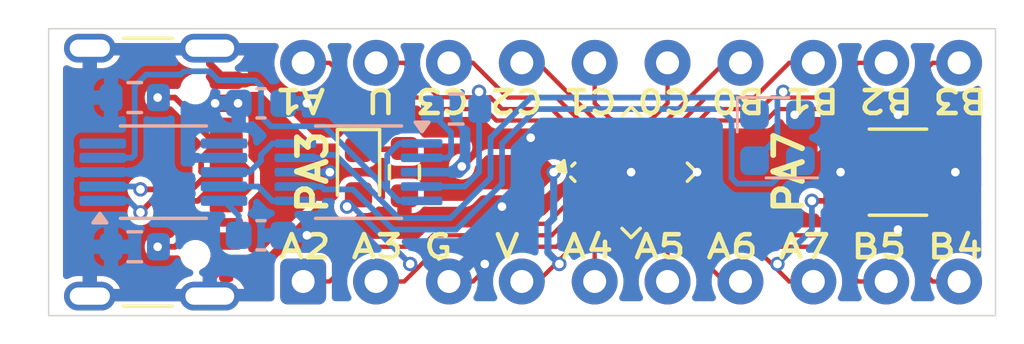
<source format=kicad_pcb>
(kicad_pcb (version 20241229) (generator "pcbnew") (generator_version "9.0")
  (layers (0 "F.Cu" signal) (2 "B.Cu" signal) (13 "F.Paste" user) (15 "B.Paste" user) (5 "F.SilkS" user "F.Silkscreen") (7 "B.SilkS" user "B.Silkscreen") (1 "F.Mask" user) (3 "B.Mask" user) (25 "Edge.Cuts" user))
  (net 0 "")
  (net 1 "PB5")
  (net 2 "PC1")
  (net 3 "PA1")
  (net 4 "GND")
  (net 5 "PA4")
  (net 6 "PA7")
  (net 7 "PB4")
  (net 8 "PA6")
  (net 9 "PB2")
  (net 10 "PC3")
  (net 11 "PB0")
  (net 12 "PB1")
  (net 13 "PA2")
  (net 14 "PA3")
  (net 15 "PA5")
  (net 16 "PC0")
  (net 17 "PC2")
  (net 18 "PB3")
  (net 19 "VCC")
  (net 20 "Net-(J2-CC1)")
  (net 21 "D+")
  (net 22 "D-")
  (net 23 "Net-(J2-CC2)")
  (net 24 "UPDI")
  (net 25 "Net-(R5-Pad1)")
  (net 27 "RTS#")
  (net 29 "TXD")
  (net 30 "RXD")
  (net 31 "Net-(U2-V3)")
  (net 34 "Net-(D1-K)")
  (net 35 "Net-(JP1-Pad1)")
  (net 36 "Net-(JP1-Pad3)")
  (footprint "LED_SMD:LED_0603_1608Metric" (layer "F.Cu") (at 103.2 100 -90)
    (property "Reference" "D1" (hide yes))
    (property "Value" "LED_Small" (hide yes))
    (fp_line (start -1.485 0.735) (end 0.8 0.735) (stroke (width 0.12)) (layer "F.SilkS"))
    (fp_line (start -1.485 -0.735) (end -1.485 0.735) (stroke (width 0.12)) (layer "F.SilkS"))
    (fp_line (start 0.8 -0.735) (end -1.485 -0.735) (stroke (width 0.12)) (layer "F.SilkS"))
    (pad "1" smd roundrect (at -0.7875 0 270) (size 0.875 0.95) (layers "F.Cu" "F.Mask" "F.Paste") (net 34 "Net-(D1-K)"))
    (pad "2" smd roundrect (at 0.7875 0 270) (size 0.875 0.95) (layers "F.Cu" "F.Mask" "F.Paste") (net 14 "PA3"))
  )
  (footprint "Package_DIP:DIP-20_W7.62mm_Socket" (layer "F.Cu") (at 101.27 103.81 90)
    (property "Reference" "J1" (hide yes))
    (property "Value" "Conn_02x10_Counter_Clockwise" (hide yes))
    (pad "1" thru_hole roundrect (at 0 0 90) (size 1.6 1.6) (drill 0.8) (layers "*.Cu" "*.Mask") (roundrect_rratio 0.15625) (net 13 "PA2"))
    (pad "2" thru_hole circle (at 0 2.54 90) (size 1.6 1.6) (drill 0.8) (layers "*.Cu" "*.Mask") (net 14 "PA3"))
    (pad "3" thru_hole circle (at 0 5.08 90) (size 1.6 1.6) (drill 0.8) (layers "*.Cu" "*.Mask") (net 4 "GND"))
    (pad "4" thru_hole circle (at 0 7.62 90) (size 1.6 1.6) (drill 0.8) (layers "*.Cu" "*.Mask") (net 19 "VCC"))
    (pad "5" thru_hole circle (at 0 10.16 90) (size 1.6 1.6) (drill 0.8) (layers "*.Cu" "*.Mask") (net 5 "PA4"))
    (pad "6" thru_hole circle (at 0 12.7 90) (size 1.6 1.6) (drill 0.8) (layers "*.Cu" "*.Mask") (net 15 "PA5"))
    (pad "7" thru_hole circle (at 0 15.24 90) (size 1.6 1.6) (drill 0.8) (layers "*.Cu" "*.Mask") (net 8 "PA6"))
    (pad "8" thru_hole circle (at 0 17.78 90) (size 1.6 1.6) (drill 0.8) (layers "*.Cu" "*.Mask") (net 6 "PA7"))
    (pad "9" thru_hole circle (at 0 20.32 90) (size 1.6 1.6) (drill 0.8) (layers "*.Cu" "*.Mask") (net 1 "PB5"))
    (pad "10" thru_hole circle (at 0 22.86 90) (size 1.6 1.6) (drill 0.8) (layers "*.Cu" "*.Mask") (net 7 "PB4"))
    (pad "11" thru_hole circle (at 7.62 22.86 90) (size 1.6 1.6) (drill 0.8) (layers "*.Cu" "*.Mask") (net 18 "PB3"))
    (pad "12" thru_hole circle (at 7.62 20.32 90) (size 1.6 1.6) (drill 0.8) (layers "*.Cu" "*.Mask") (net 9 "PB2"))
    (pad "13" thru_hole circle (at 7.62 17.78 90) (size 1.6 1.6) (drill 0.8) (layers "*.Cu" "*.Mask") (net 12 "PB1"))
    (pad "14" thru_hole circle (at 7.62 15.24 90) (size 1.6 1.6) (drill 0.8) (layers "*.Cu" "*.Mask") (net 11 "PB0"))
    (pad "15" thru_hole circle (at 7.62 12.7 90) (size 1.6 1.6) (drill 0.8) (layers "*.Cu" "*.Mask") (net 16 "PC0"))
    (pad "16" thru_hole circle (at 7.62 10.16 90) (size 1.6 1.6) (drill 0.8) (layers "*.Cu" "*.Mask") (net 2 "PC1"))
    (pad "17" thru_hole circle (at 7.62 7.62 90) (size 1.6 1.6) (drill 0.8) (layers "*.Cu" "*.Mask") (net 17 "PC2"))
    (pad "18" thru_hole circle (at 7.62 5.08 90) (size 1.6 1.6) (drill 0.8) (layers "*.Cu" "*.Mask") (net 10 "PC3"))
    (pad "19" thru_hole circle (at 7.62 2.54 90) (size 1.6 1.6) (drill 0.8) (layers "*.Cu" "*.Mask") (net 24 "UPDI"))
    (pad "20" thru_hole circle (at 7.62 0 90) (size 1.6 1.6) (drill 0.8) (layers "*.Cu" "*.Mask") (net 3 "PA1"))
  )
  (footprint "Library:alps-skrp" (layer "F.Cu") (at 122 100)
    (property "Reference" "SW1" (hide yes))
    (property "Value" "SW_Push" (hide yes))
    (fp_line (start -1 -1.5) (end 1 -1.5) (stroke (width 0.12)) (layer "F.SilkS"))
    (fp_line (start -1 1.5) (end 1 1.5) (stroke (width 0.12)) (layer "F.SilkS"))
    (pad "1" smd rect (at -2.075 1.075) (size 1.05 0.65) (layers "F.Cu" "F.Mask" "F.Paste") (net 6 "PA7"))
    (pad "1" smd rect (at 2.075 1.075) (size 1.05 0.65) (layers "F.Cu" "F.Mask" "F.Paste") (net 6 "PA7"))
    (pad "2" smd rect (at -2.075 -1.075) (size 1.05 0.65) (layers "F.Cu" "F.Mask" "F.Paste") (net 4 "GND"))
    (pad "2" smd rect (at 2.075 -1.075) (size 1.05 0.65) (layers "F.Cu" "F.Mask" "F.Paste") (net 4 "GND"))
  )
  (footprint "Package_DFN_QFN:VQFN-20-1EP_3x3mm_P0.4mm_EP1.7x1.7mm" (layer "F.Cu") (at 112.7 100 45)
    (property "Reference" "U1" (hide yes))
    (property "Value" "ATtiny1606-M" (hide yes))
    (fp_line (start -1.16 -1.61) (end -1.31 -1.61) (stroke (width 0.12)) (layer "F.SilkS"))
    (fp_line (start -1.61 -1.16) (end -1.61 -1.37) (stroke (width 0.12)) (layer "F.SilkS"))
    (fp_line (start 1.16 -1.61) (end 1.61 -1.61) (stroke (width 0.12)) (layer "F.SilkS"))
    (fp_line (start 1.61 -1.61) (end 1.61 -1.16) (stroke (width 0.12)) (layer "F.SilkS"))
    (fp_line (start -1.61 1.61) (end -1.61 1.16) (stroke (width 0.12)) (layer "F.SilkS"))
    (fp_line (start -1.16 1.61) (end -1.61 1.61) (stroke (width 0.12)) (layer "F.SilkS"))
    (fp_line (start 1.16 1.61) (end 1.61 1.61) (stroke (width 0.12)) (layer "F.SilkS"))
    (fp_line (start 1.61 1.61) (end 1.61 1.16) (stroke (width 0.12)) (layer "F.SilkS"))
    (fp_poly (pts (xy -1.61 -1.61) (xy -1.85 -1.94) (xy -1.37 -1.94)) (stroke (width 0.12)) (fill yes) (layer "F.SilkS"))
    (pad "1" smd custom (at -1.45 -0.8 45) (size 0.143431 0.143431) (layers "F.Cu" "F.Mask" "F.Paste") (net 13 "PA2") (options (clearance outline) (anchor circle)) (primitives (gr_poly (pts (xy -0.35 -0.05) (xy 0.299289 -0.05) (xy 0.35 0.000711) (xy 0.35 0.05) (xy -0.35 0.05)) (width 0.1) (fill yes))))
    (pad "2" smd roundrect (at -1.45 -0.4 45) (size 0.8 0.2) (layers "F.Cu" "F.Mask" "F.Paste") (net 14 "PA3"))
    (pad "3" smd roundrect (at -1.45 0 45) (size 0.8 0.2) (layers "F.Cu" "F.Mask" "F.Paste") (net 4 "GND"))
    (pad "4" smd roundrect (at -1.45 0.4 45) (size 0.8 0.2) (layers "F.Cu" "F.Mask" "F.Paste") (net 19 "VCC"))
    (pad "5" smd custom (at -1.45 0.8 45) (size 0.143431 0.143431) (layers "F.Cu" "F.Mask" "F.Paste") (net 5 "PA4") (options (clearance outline) (anchor circle)) (primitives (gr_poly (pts (xy -0.35 -0.05) (xy 0.35 -0.05) (xy 0.35 -0.000711) (xy 0.299289 0.05) (xy -0.35 0.05)) (width 0.1) (fill yes))))
    (pad "6" smd custom (at -0.8 1.45 45) (size 0.143431 0.143431) (layers "F.Cu" "F.Mask" "F.Paste") (net 15 "PA5") (options (clearance outline) (anchor circle)) (primitives (gr_poly (pts (xy -0.05 -0.299289) (xy 0.000711 -0.35) (xy 0.05 -0.35) (xy 0.05 0.35) (xy -0.05 0.35)) (width 0.1) (fill yes))))
    (pad "7" smd roundrect (at -0.4 1.45 45) (size 0.2 0.8) (layers "F.Cu" "F.Mask" "F.Paste") (net 8 "PA6"))
    (pad "8" smd roundrect (at 0 1.45 45) (size 0.2 0.8) (layers "F.Cu" "F.Mask" "F.Paste") (net 6 "PA7"))
    (pad "9" smd roundrect (at 0.4 1.45 45) (size 0.2 0.8) (layers "F.Cu" "F.Mask" "F.Paste") (net 1 "PB5"))
    (pad "10" smd custom (at 0.8 1.45 45) (size 0.143431 0.143431) (layers "F.Cu" "F.Mask" "F.Paste") (net 7 "PB4") (options (clearance outline) (anchor circle)) (primitives (gr_poly (pts (xy -0.05 -0.35) (xy -0.000711 -0.35) (xy 0.05 -0.299289) (xy 0.05 0.35) (xy -0.05 0.35)) (width 0.1) (fill yes))))
    (pad "11" smd custom (at 1.45 0.8 45) (size 0.143431 0.143431) (layers "F.Cu" "F.Mask" "F.Paste") (net 18 "PB3") (options (clearance outline) (anchor circle)) (primitives (gr_poly (pts (xy -0.35 -0.05) (xy 0.35 -0.05) (xy 0.35 0.05) (xy -0.299289 0.05) (xy -0.35 -0.000711)) (width 0.1) (fill yes))))
    (pad "12" smd roundrect (at 1.45 0.4 45) (size 0.8 0.2) (layers "F.Cu" "F.Mask" "F.Paste") (net 9 "PB2"))
    (pad "13" smd roundrect (at 1.45 0 45) (size 0.8 0.2) (layers "F.Cu" "F.Mask" "F.Paste") (net 12 "PB1"))
    (pad "14" smd roundrect (at 1.45 -0.4 45) (size 0.8 0.2) (layers "F.Cu" "F.Mask" "F.Paste") (net 11 "PB0"))
    (pad "15" smd custom (at 1.45 -0.8 45) (size 0.143431 0.143431) (layers "F.Cu" "F.Mask" "F.Paste") (net 16 "PC0") (options (clearance outline) (anchor circle)) (primitives (gr_poly (pts (xy -0.35 0.000711) (xy -0.299289 -0.05) (xy 0.35 -0.05) (xy 0.35 0.05) (xy -0.35 0.05)) (width 0.1) (fill yes))))
    (pad "16" smd custom (at 0.8 -1.45 45) (size 0.143431 0.143431) (layers "F.Cu" "F.Mask" "F.Paste") (net 2 "PC1") (options (clearance outline) (anchor circle)) (primitives (gr_poly (pts (xy -0.05 -0.35) (xy 0.05 -0.35) (xy 0.05 0.299289) (xy -0.000711 0.35) (xy -0.05 0.35)) (width 0.1) (fill yes))))
    (pad "17" smd roundrect (at 0.4 -1.45 45) (size 0.2 0.8) (layers "F.Cu" "F.Mask" "F.Paste") (net 17 "PC2"))
    (pad "18" smd roundrect (at 0 -1.45 45) (size 0.2 0.8) (layers "F.Cu" "F.Mask" "F.Paste") (net 10 "PC3"))
    (pad "19" smd roundrect (at -0.4 -1.45 45) (size 0.2 0.8) (layers "F.Cu" "F.Mask" "F.Paste") (net 24 "UPDI"))
    (pad "20" smd custom (at -0.8 -1.45 45) (size 0.143431 0.143431) (layers "F.Cu" "F.Mask" "F.Paste") (net 3 "PA1") (options (clearance outline) (anchor circle)) (primitives (gr_poly (pts (xy -0.05 -0.35) (xy 0.05 -0.35) (xy 0.05 0.35) (xy 0.000711 0.35) (xy -0.05 0.299289)) (width 0.1) (fill yes))))
    (pad "21" smd rect (at 0 0 45) (size 1.7 1.7) (property pad_prop_heatsink) (layers "F.Cu" "F.Mask") (net 4 "GND"))
  )
  (footprint "Resistor_SMD:R_0603_1608Metric" (layer "F.Cu") (at 104.8 100 -90)
    (property "Reference" "R6" (hide yes))
    (property "Value" "10k" (hide yes))
    (fp_line (start -0.237258 0.5225) (end 0.237258 0.5225) (stroke (width 0.12)) (layer "F.SilkS"))
    (fp_line (start -0.237258 -0.5225) (end 0.237258 -0.5225) (stroke (width 0.12)) (layer "F.SilkS"))
    (pad "1" smd roundrect (at -0.825 0 270) (size 0.8 0.95) (layers "F.Cu" "F.Mask" "F.Paste") (net 34 "Net-(D1-K)"))
    (pad "2" smd roundrect (at 0.825 0 270) (size 0.8 0.95) (layers "F.Cu" "F.Mask" "F.Paste") (net 4 "GND"))
  )
  (footprint "Connector_USB:USB_C_Receptacle_GCT_USB4105-xx-A_16P_TopMnt_Horizontal" (layer "F.Cu") (at 94.91 100 -90)
    (property "Reference" "J2" (hide yes))
    (property "Value" "USB_C_Receptacle_USB2.0_16P" (hide yes))
    (fp_line (start -4.67 -0.1) (end -4.67 -1.8) (stroke (width 0.12)) (layer "F.SilkS"))
    (fp_line (start 4.67 -0.1) (end 4.67 -1.8) (stroke (width 0.12)) (layer "F.SilkS"))
    (pad "" np_thru_hole circle (at -2.89 -2.605 270) (size 0.65 0.65) (drill 0.65) (layers "*.Cu" "*.Mask"))
    (pad "" np_thru_hole circle (at 2.89 -2.605 270) (size 0.65 0.65) (drill 0.65) (layers "*.Cu" "*.Mask"))
    (pad "A1" smd roundrect (at -3.2 -3.68 270) (size 0.6 1.15) (layers "F.Cu" "F.Mask" "F.Paste") (net 4 "GND"))
    (pad "A4" smd roundrect (at -2.4 -3.68 270) (size 0.6 1.15) (layers "F.Cu" "F.Mask" "F.Paste") (net 19 "VCC"))
    (pad "A5" smd roundrect (at -1.25 -3.68 270) (size 0.3 1.15) (layers "F.Cu" "F.Mask" "F.Paste") (net 20 "Net-(J2-CC1)"))
    (pad "A6" smd roundrect (at -0.25 -3.68 270) (size 0.3 1.15) (layers "F.Cu" "F.Mask" "F.Paste") (net 21 "D+"))
    (pad "A7" smd roundrect (at 0.25 -3.68 270) (size 0.3 1.15) (layers "F.Cu" "F.Mask" "F.Paste") (net 22 "D-"))
    (pad "A8" smd roundrect (at 1.25 -3.68 270) (size 0.3 1.15) (layers "F.Cu" "F.Mask" "F.Paste"))
    (pad "A9" smd roundrect (at 2.4 -3.68 270) (size 0.6 1.15) (layers "F.Cu" "F.Mask" "F.Paste") (net 19 "VCC"))
    (pad "A12" smd roundrect (at 3.2 -3.68 270) (size 0.6 1.15) (layers "F.Cu" "F.Mask" "F.Paste") (net 4 "GND"))
    (pad "B1" smd roundrect (at 3.2 -3.68 270) (size 0.6 1.15) (layers "F.Cu" "F.Mask" "F.Paste") (net 4 "GND"))
    (pad "B4" smd roundrect (at 2.4 -3.68 270) (size 0.6 1.15) (layers "F.Cu" "F.Mask" "F.Paste") (net 19 "VCC"))
    (pad "B5" smd roundrect (at 1.75 -3.68 270) (size 0.3 1.15) (layers "F.Cu" "F.Mask" "F.Paste") (net 23 "Net-(J2-CC2)"))
    (pad "B6" smd roundrect (at 0.75 -3.68 270) (size 0.3 1.15) (layers "F.Cu" "F.Mask" "F.Paste") (net 21 "D+"))
    (pad "B7" smd roundrect (at -0.75 -3.68 270) (size 0.3 1.15) (layers "F.Cu" "F.Mask" "F.Paste") (net 22 "D-"))
    (pad "B8" smd roundrect (at -1.75 -3.68 270) (size 0.3 1.15) (layers "F.Cu" "F.Mask" "F.Paste"))
    (pad "B9" smd roundrect (at -2.4 -3.68 270) (size 0.6 1.15) (layers "F.Cu" "F.Mask" "F.Paste") (net 19 "VCC"))
    (pad "B12" smd roundrect (at -3.2 -3.68 270) (size 0.6 1.15) (layers "F.Cu" "F.Mask" "F.Paste") (net 4 "GND"))
    (pad "S1" thru_hole oval (at -4.32 -3.105 270) (size 1 2.1) (drill oval 0.6 1.7) (property pad_prop_heatsink) (layers "*.Cu" "*.Mask" "F.Paste") (net 4 "GND"))
    (pad "S1" thru_hole oval (at -4.32 1.075 270) (size 1 1.8) (drill oval 0.6 1.4) (property pad_prop_heatsink) (layers "*.Cu" "*.Mask" "F.Paste") (net 4 "GND"))
    (pad "S1" thru_hole oval (at 4.32 -3.105 270) (size 1 2.1) (drill oval 0.6 1.7) (property pad_prop_heatsink) (layers "*.Cu" "*.Mask" "F.Paste") (net 4 "GND"))
    (pad "S1" thru_hole oval (at 4.32 1.075 270) (size 1 1.8) (drill oval 0.6 1.4) (property pad_prop_heatsink) (layers "*.Cu" "*.Mask" "F.Paste") (net 4 "GND"))
  )
  (footprint "Library:pokayoke_1608" (layer "B.Cu") (at 117.8 98.8 -90)
    (property "Reference" "JP1" (hide yes))
    (property "Value" "4k7" (hide yes))
    (fp_line (start -1.4 1.4) (end -1.4 -0.4) (stroke (width 0.1)) (layer "B.SilkS"))
    (fp_line (start -0.2 1.4) (end -1.4 1.4) (stroke (width 0.1)) (layer "B.SilkS"))
    (fp_line (start 1.4 -1.4) (end 1.4 0.4) (stroke (width 0.1)) (layer "B.SilkS"))
    (pad "1" smd roundrect (at -0.8 0.8 270) (size 1 1) (layers "B.Cu" "B.Mask" "B.Paste") (net 35 "Net-(JP1-Pad1)"))
    (pad "2" smd roundrect (at -0.8 -0.8 270) (size 1 1) (layers "B.Cu" "B.Mask" "B.Paste") (net 18 "PB3"))
    (pad "3" smd roundrect (at 0.8 -0.8 270) (size 1 1) (layers "B.Cu" "B.Mask" "B.Paste") (net 36 "Net-(JP1-Pad3)"))
    (pad "4" smd roundrect (at 0.8 0.8 270) (size 1 1) (layers "B.Cu" "B.Mask" "B.Paste") (net 9 "PB2"))
  )
  (footprint "Package_SO:MSOP-10_3x3mm_P0.5mm" (layer "B.Cu") (at 96.4 100)
    (property "Reference" "U2" (hide yes))
    (property "Value" "CH340E" (hide yes))
    (fp_line (start 0 -1.61) (end -1.5 -1.61) (stroke (width 0.12)) (layer "B.SilkS"))
    (fp_line (start 0 -1.61) (end 1.5 -1.61) (stroke (width 0.12)) (layer "B.SilkS"))
    (fp_line (start 0 1.61) (end -1.5 1.61) (stroke (width 0.12)) (layer "B.SilkS"))
    (fp_line (start 0 1.61) (end 1.5 1.61) (stroke (width 0.12)) (layer "B.SilkS"))
    (fp_poly (pts (xy -2.2125 1.435) (xy -2.4525 1.765) (xy -1.9725 1.765)) (stroke (width 0.12)) (fill yes) (layer "B.SilkS"))
    (pad "1" smd roundrect (at -2.1125 1) (size 1.625 0.35) (layers "B.Cu" "B.Mask" "B.Paste") (net 21 "D+"))
    (pad "2" smd roundrect (at -2.1125 0.5) (size 1.625 0.35) (layers "B.Cu" "B.Mask" "B.Paste") (net 22 "D-"))
    (pad "3" smd roundrect (at -2.1125 0) (size 1.625 0.35) (layers "B.Cu" "B.Mask" "B.Paste") (net 4 "GND"))
    (pad "4" smd roundrect (at -2.1125 -0.5) (size 1.625 0.35) (layers "B.Cu" "B.Mask" "B.Paste") (net 27 "RTS#"))
    (pad "5" smd roundrect (at -2.1125 -1) (size 1.625 0.35) (layers "B.Cu" "B.Mask" "B.Paste"))
    (pad "6" smd roundrect (at 2.1125 -1) (size 1.625 0.35) (layers "B.Cu" "B.Mask" "B.Paste"))
    (pad "7" smd roundrect (at 2.1125 -0.5) (size 1.625 0.35) (layers "B.Cu" "B.Mask" "B.Paste") (net 19 "VCC"))
    (pad "8" smd roundrect (at 2.1125 0) (size 1.625 0.35) (layers "B.Cu" "B.Mask" "B.Paste") (net 29 "TXD"))
    (pad "9" smd roundrect (at 2.1125 0.5) (size 1.625 0.35) (layers "B.Cu" "B.Mask" "B.Paste") (net 30 "RXD"))
    (pad "10" smd roundrect (at 2.1125 1) (size 1.625 0.35) (layers "B.Cu" "B.Mask" "B.Paste") (net 31 "Net-(U2-V3)"))
  )
  (footprint "Resistor_SMD:R_0603_1608Metric" (layer "B.Cu") (at 106.6 97.8)
    (property "Reference" "R5" (hide yes))
    (property "Value" "4k7" (hide yes))
    (fp_line (start -0.237258 -0.5225) (end 0.237258 -0.5225) (stroke (width 0.12)) (layer "B.SilkS"))
    (fp_line (start -0.237258 0.5225) (end 0.237258 0.5225) (stroke (width 0.12)) (layer "B.SilkS"))
    (pad "1" smd roundrect (at -0.825 0) (size 0.8 0.95) (layers "B.Cu" "B.Mask" "B.Paste") (net 25 "Net-(R5-Pad1)"))
    (pad "2" smd roundrect (at 0.825 0) (size 0.8 0.95) (layers "B.Cu" "B.Mask" "B.Paste") (net 24 "UPDI"))
  )
  (footprint "Resistor_SMD:R_0603_1608Metric" (layer "B.Cu") (at 95.4 97.4 180)
    (property "Reference" "R1" (hide yes))
    (property "Value" "4k7" (hide yes))
    (fp_line (start -0.237258 0.5225) (end 0.237258 0.5225) (stroke (width 0.12)) (layer "B.SilkS"))
    (fp_line (start -0.237258 -0.5225) (end 0.237258 -0.5225) (stroke (width 0.12)) (layer "B.SilkS"))
    (pad "1" smd roundrect (at -0.825 0 180) (size 0.8 0.95) (layers "B.Cu" "B.Mask" "B.Paste") (net 20 "Net-(J2-CC1)"))
    (pad "2" smd roundrect (at 0.825 0 180) (size 0.8 0.95) (layers "B.Cu" "B.Mask" "B.Paste") (net 4 "GND"))
  )
  (footprint "Capacitor_SMD:C_0603_1608Metric" (layer "B.Cu") (at 99.8 102.2)
    (property "Reference" "C2" (hide yes))
    (property "Value" "0u1" (hide yes))
    (fp_line (start -0.14058 -0.51) (end 0.14058 -0.51) (stroke (width 0.12)) (layer "B.SilkS"))
    (fp_line (start -0.14058 0.51) (end 0.14058 0.51) (stroke (width 0.12)) (layer "B.SilkS"))
    (pad "1" smd roundrect (at -0.775 0) (size 0.9 0.95) (layers "B.Cu" "B.Mask" "B.Paste") (net 31 "Net-(U2-V3)"))
    (pad "2" smd roundrect (at 0.775 0) (size 0.9 0.95) (layers "B.Cu" "B.Mask" "B.Paste") (net 4 "GND"))
  )
  (footprint "Library:PCB.MCBEERINGI.DEV_small" (layer "B.Cu") (at 122.2 100 180)
    (property "Reference" "" (at 0 0 0) (layer "B.SilkS") (effects (font (size 1.27 1.27)) (justify mirror)))
    (property "Value" "")
  )
  (footprint "Capacitor_SMD:C_0603_1608Metric" (layer "B.Cu") (at 99.8 97.6)
    (property "Reference" "C1" (hide yes))
    (property "Value" "4u7" (hide yes))
    (fp_line (start -0.14058 -0.51) (end 0.14058 -0.51) (stroke (width 0.12)) (layer "B.SilkS"))
    (fp_line (start -0.14058 0.51) (end 0.14058 0.51) (stroke (width 0.12)) (layer "B.SilkS"))
    (pad "1" smd roundrect (at -0.775 0) (size 0.9 0.95) (layers "B.Cu" "B.Mask" "B.Paste") (net 19 "VCC"))
    (pad "2" smd roundrect (at 0.775 0) (size 0.9 0.95) (layers "B.Cu" "B.Mask" "B.Paste") (net 4 "GND"))
  )
  (footprint "Library:mcbeeringi_icon_5mm" (layer "B.Cu") (at 113.6 100.2 180)
    (property "Reference" "" (at 0 0 0) (layer "B.SilkS") (effects (font (size 1.27 1.27)) (justify mirror)))
    (property "Value" "mcbeeringi_icon" (hide yes))
  )
  (footprint "Resistor_SMD:R_0603_1608Metric" (layer "B.Cu") (at 95.4 102.6 180)
    (property "Reference" "R2" (hide yes))
    (property "Value" "4k7" (hide yes))
    (fp_line (start -0.237258 0.5225) (end 0.237258 0.5225) (stroke (width 0.12)) (layer "B.SilkS"))
    (fp_line (start -0.237258 -0.5225) (end 0.237258 -0.5225) (stroke (width 0.12)) (layer "B.SilkS"))
    (pad "1" smd roundrect (at -0.825 0 180) (size 0.8 0.95) (layers "B.Cu" "B.Mask" "B.Paste") (net 23 "Net-(J2-CC2)"))
    (pad "2" smd roundrect (at 0.825 0 180) (size 0.8 0.95) (layers "B.Cu" "B.Mask" "B.Paste") (net 4 "GND"))
  )
  (footprint "Package_SO:VSSOP-10_3x3mm_P0.5mm" (layer "B.Cu") (at 103.2 100 180)
    (property "Reference" "U3" (hide yes))
    (property "Value" "TS5A23159DGS" (hide yes))
    (fp_line (start 0 1.61) (end 1.5 1.61) (stroke (width 0.12)) (layer "B.SilkS"))
    (fp_line (start 0 1.61) (end -1.5 1.61) (stroke (width 0.12)) (layer "B.SilkS"))
    (fp_line (start 0 -1.61) (end 1.5 -1.61) (stroke (width 0.12)) (layer "B.SilkS"))
    (fp_line (start 0 -1.61) (end -1.5 -1.61) (stroke (width 0.12)) (layer "B.SilkS"))
    (fp_poly (pts (xy -2.2125 1.41) (xy -2.4525 1.74) (xy -1.9725 1.74)) (stroke (width 0.12)) (fill yes) (layer "B.SilkS"))
    (pad "1" smd roundrect (at -2.2 1 180) (size 1.45 0.3) (layers "B.Cu" "B.Mask" "B.Paste") (net 27 "RTS#"))
    (pad "2" smd roundrect (at -2.2 0.5 180) (size 1.45 0.3) (layers "B.Cu" "B.Mask" "B.Paste") (net 25 "Net-(R5-Pad1)"))
    (pad "3" smd roundrect (at -2.2 0 180) (size 1.45 0.3) (layers "B.Cu" "B.Mask" "B.Paste") (net 4 "GND"))
    (pad "4" smd roundrect (at -2.2 -0.5 180) (size 1.45 0.3) (layers "B.Cu" "B.Mask" "B.Paste") (net 24 "UPDI"))
    (pad "5" smd roundrect (at -2.2 -1 180) (size 1.45 0.3) (layers "B.Cu" "B.Mask" "B.Paste") (net 27 "RTS#"))
    (pad "6" smd roundrect (at 2.2 -1 180) (size 1.45 0.3) (layers "B.Cu" "B.Mask" "B.Paste") (net 30 "RXD"))
    (pad "7" smd roundrect (at 2.2 -0.5 180) (size 1.45 0.3) (layers "B.Cu" "B.Mask" "B.Paste") (net 36 "Net-(JP1-Pad3)"))
    (pad "8" smd roundrect (at 2.2 0 180) (size 1.45 0.3) (layers "B.Cu" "B.Mask" "B.Paste") (net 19 "VCC"))
    (pad "9" smd roundrect (at 2.2 0.5 180) (size 1.45 0.3) (layers "B.Cu" "B.Mask" "B.Paste") (net 35 "Net-(JP1-Pad1)"))
    (pad "10" smd roundrect (at 2.2 1 180) (size 1.45 0.3) (layers "B.Cu" "B.Mask" "B.Paste") (net 29 "TXD"))
  )
  (gr_line (start 125.4 105) (end 92.4 105) (stroke (width 0.05)) (layer "Edge.Cuts"))
  (gr_line (start 125.4 95) (end 125.4 105) (stroke (width 0.05)) (layer "Edge.Cuts"))
  (gr_line (start 92.4 105) (end 92.4 95) (stroke (width 0.05)) (layer "Edge.Cuts"))
  (gr_line (start 92.4 95) (end 125.4 95) (stroke (width 0.05)) (layer "Edge.Cuts"))
  (gr_text "PA3" (at 101.6 100 90) (layer "F.SilkS") (effects (font (size 1 1) (thickness 0.2) (bold yes))))
  (gr_text "A2 A3 G  V  A4 A5 A6 A7 B5 B4" (at 112.7 102.6 0) (layer "F.SilkS") (effects (font (size 0.8 0.98) (thickness 0.16) (bold yes))))
  (gr_text "B3 B2 B1 B0 C0 C1 C2 C3 U  A1" (at 112.7 97.5 180) (layer "F.SilkS") (effects (font (size 0.8 0.95) (thickness 0.16) (bold yes))))
  (gr_text "PA7" (at 118.2 100 90) (layer "F.SilkS") (effects (font (size 1 1) (thickness 0.2) (bold yes))))
  (segment (start 117.2 102.2) (end 117.6 102.6) (width 0.15) (layer "F.Cu") (net 1))
  (segment (start 120.61 103.81) (end 121.59 103.81) (width 0.15) (layer "F.Cu") (net 1))
  (segment (start 117.6 102.6) (end 119.4 102.6) (width 0.15) (layer "F.Cu") (net 1))
  (segment (start 115.465686 102.2) (end 117.2 102.2) (width 0.15) (layer "F.Cu") (net 1))
  (segment (start 119.4 102.6) (end 120.61 103.81) (width 0.15) (layer "F.Cu") (net 1))
  (segment (start 114.008148 100.742462) (end 115.465686 102.2) (width 0.15) (layer "F.Cu") (net 1))
  (segment (start 111.43 97.598629) (end 111.43 96.19) (width 0.15) (layer "F.Cu") (net 2))
  (segment (start 112.240381 98.40901) (end 111.43 97.598629) (width 0.15) (layer "F.Cu") (net 2))
  (segment (start 102.19 96.19) (end 101.27 96.19) (width 0.15) (layer "F.Cu") (net 3))
  (segment (start 107.6 97.8) (end 105.8 97.8) (width 0.15) (layer "F.Cu") (net 3))
  (segment (start 108 98.2) (end 107.6 97.8) (width 0.15) (layer "F.Cu") (net 3))
  (segment (start 105.4 97.4) (end 105.8 97.8) (width 0.15) (layer "F.Cu") (net 3))
  (segment (start 103.4 97.4) (end 105.4 97.4) (width 0.15) (layer "F.Cu") (net 3))
  (segment (start 111.10901 99.540381) (end 109.768629 98.2) (width 0.15) (layer "F.Cu") (net 3))
  (segment (start 109.768629 98.2) (end 108 98.2) (width 0.15) (layer "F.Cu") (net 3))
  (segment (start 103.4 97.4) (end 102.19 96.19) (width 0.15) (layer "F.Cu") (net 3))
  (segment (start 98.015 103.775) (end 98.59 103.2) (width 0.25) (layer "F.Cu") (net 4))
  (segment (start 98.015 104.32) (end 98.015 103.775) (width 0.25) (layer "F.Cu") (net 4))
  (segment (start 98.015 95.68) (end 98.015 96.225) (width 0.25) (layer "F.Cu") (net 4))
  (segment (start 108.4 102.6) (end 107.19 103.81) (width 0.15) (layer "F.Cu") (net 4))
  (segment (start 110.1 102.6) (end 108.4 102.6) (width 0.15) (layer "F.Cu") (net 4))
  (segment (start 106.8 99.8) (end 107.4 99.2) (width 0.25) (layer "F.Cu") (net 4))
  (segment (start 111.674695 101.025305) (end 110.1 102.6) (width 0.15) (layer "F.Cu") (net 4))
  (segment (start 107.19 103.81) (end 106.35 103.81) (width 0.15) (layer "F.Cu") (net 4))
  (segment (start 98.015 96.225) (end 98.59 96.8) (width 0.25) (layer "F.Cu") (net 4))
  (via (at 106.8 99.8) (size 0.5) (drill 0.3) (layers "F.Cu" "B.Cu") (net 4))
  (via (at 108.2 101.2) (size 0.5) (drill 0.3) (layers "F.Cu" "B.Cu") (net 4))
  (via (at 101.4 97.6) (size 0.5) (drill 0.3) (layers "F.Cu" "B.Cu") (net 4))
  (via (at 101.4 102.2) (size 0.5) (drill 0.3) (layers "F.Cu" "B.Cu") (net 4))
  (via (at 122 102) (size 0.5) (drill 0.3) (layers "F.Cu" "B.Cu") (net 4))
  (via (at 122 98) (size 0.5) (drill 0.3) (layers "F.Cu" "B.Cu") (net 4))
  (via (at 124 100) (size 0.5) (drill 0.3) (layers "F.Cu" "B.Cu") (net 4))
  (via (at 109.2 98.8) (size 0.5) (drill 0.3) (layers "F.Cu" "B.Cu") (net 4))
  (via (at 115 100) (size 0.5) (drill 0.3) (layers "F.Cu" "B.Cu") (net 4))
  (via (at 120 100) (size 0.5) (drill 0.3) (layers "F.Cu" "B.Cu") (net 4))
  (via (at 112.7 100) (size 0.5) (drill 0.3) (layers "F.Cu" "B.Cu") (net 4))
  (via (at 107.6 103.2) (size 0.5) (drill 0.3) (layers "F.Cu" "B.Cu") (net 4))
  (segment (start 111.43 102.401371) (end 111.43 103.81) (width 0.15) (layer "F.Cu") (net 5))
  (segment (start 112.240381 101.59099) (end 111.43 102.401371) (width 0.15) (layer "F.Cu") (net 5))
  (segment (start 119 101) (end 124 101) (width 0.2) (layer "F.Cu") (net 6))
  (segment (start 115.3 102.6) (end 117 102.6) (width 0.15) (layer "F.Cu") (net 6))
  (segment (start 118.21 103.81) (end 119.05 103.81) (width 0.15) (layer "F.Cu") (net 6))
  (segment (start 113.725305 101.025305) (end 115.3 102.6) (width 0.15) (layer "F.Cu") (net 6))
  (segment (start 124 101) (end 124.075 101.075) (width 0.2) (layer "F.Cu") (net 6))
  (segment (start 117 102.6) (end 118.21 103.81) (width 0.15) (layer "F.Cu") (net 6))
  (via (at 119 101) (size 0.5) (drill 0.3) (layers "F.Cu" "B.Cu") (net 6))
  (via (at 117.8 103.2) (size 0.5) (drill 0.3) (layers "F.Cu" "B.Cu") (net 6))
  (segment (start 119 102) (end 117.8 103.2) (width 0.2) (layer "B.Cu") (net 6))
  (segment (start 119 101) (end 119 102) (width 0.2) (layer "B.Cu") (net 6))
  (segment (start 120 102.6) (end 122 102.6) (width 0.15) (layer "F.Cu") (net 7))
  (segment (start 117.8 102.2) (end 119.6 102.2) (width 0.15) (layer "F.Cu") (net 7))
  (segment (start 115.631371 101.8) (end 117.4 101.8) (width 0.15) (layer "F.Cu") (net 7))
  (segment (start 119.6 102.2) (end 120 102.6) (width 0.15) (layer "F.Cu") (net 7))
  (segment (start 123.21 103.81) (end 124.13 103.81) (width 0.15) (layer "F.Cu") (net 7))
  (segment (start 122 102.6) (end 123.21 103.81) (width 0.15) (layer "F.Cu") (net 7))
  (segment (start 114.29099 100.459619) (end 115.631371 101.8) (width 0.15) (layer "F.Cu") (net 7))
  (segment (start 117.4 101.8) (end 117.8 102.2) (width 0.15) (layer "F.Cu") (net 7))
  (segment (start 115.944314 103.81) (end 116.51 103.81) (width 0.15) (layer "F.Cu") (net 8))
  (segment (start 113.442462 101.308148) (end 115.944314 103.81) (width 0.15) (layer "F.Cu") (net 8))
  (segment (start 117.6 97.4) (end 117.2 97.8) (width 0.15) (layer "F.Cu") (net 9))
  (segment (start 119.4 97.4) (end 117.6 97.4) (width 0.15) (layer "F.Cu") (net 9))
  (segment (start 115.465686 97.8) (end 117.2 97.8) (width 0.15) (layer "F.Cu") (net 9))
  (segment (start 119.4 97.4) (end 120.61 96.19) (width 0.15) (layer "F.Cu") (net 9))
  (segment (start 120.61 96.19) (end 121.59 96.19) (width 0.15) (layer "F.Cu") (net 9))
  (segment (start 114.008148 99.257538) (end 115.465686 97.8) (width 0.15) (layer "F.Cu") (net 9))
  (via (at 118 97.2) (size 0.5) (drill 0.3) (layers "F.Cu" "B.Cu") (net 9))
  (segment (start 117.8 98.8) (end 117 99.6) (width 0.2) (layer "B.Cu") (net 9))
  (segment (start 118 97.2) (end 117.8 97.4) (width 0.2) (layer "B.Cu") (net 9))
  (segment (start 117.8 97.4) (end 117.8 98.8) (width 0.2) (layer "B.Cu") (net 9))
  (segment (start 108.4 97.4) (end 107.19 96.19) (width 0.15) (layer "F.Cu") (net 10))
  (segment (start 110.1 97.4) (end 108.4 97.4) (width 0.15) (layer "F.Cu") (net 10))
  (segment (start 111.674695 98.974695) (end 110.1 97.4) (width 0.15) (layer "F.Cu") (net 10))
  (segment (start 107.19 96.19) (end 106.35 96.19) (width 0.15) (layer "F.Cu") (net 10))
  (segment (start 115.944314 96.19) (end 116.51 96.19) (width 0.15) (layer "F.Cu") (net 11))
  (segment (start 113.442462 98.691852) (end 115.944314 96.19) (width 0.15) (layer "F.Cu") (net 11))
  (segment (start 115.3 97.4) (end 117 97.4) (width 0.15) (layer "F.Cu") (net 12))
  (segment (start 118.21 96.19) (end 119.05 96.19) (width 0.15) (layer "F.Cu") (net 12))
  (segment (start 113.725305 98.974695) (end 115.3 97.4) (width 0.15) (layer "F.Cu") (net 12))
  (segment (start 117 97.4) (end 118.21 96.19) (width 0.15) (layer "F.Cu") (net 12))
  (segment (start 108 101.8) (end 107.6 102.2) (width 0.15) (layer "F.Cu") (net 13))
  (segment (start 105.8 102.2) (end 105.4 102.6) (width 0.15) (layer "F.Cu") (net 13))
  (segment (start 111.10901 100.459619) (end 109.768629 101.8) (width 0.15) (layer "F.Cu") (net 13))
  (segment (start 105.4 102.6) (end 103.4 102.6) (width 0.15) (layer "F.Cu") (net 13))
  (segment (start 102.19 103.81) (end 101.27 103.81) (width 0.15) (layer "F.Cu") (net 13))
  (segment (start 103.4 102.6) (end 102.19 103.81) (width 0.15) (layer "F.Cu") (net 13))
  (segment (start 109.768629 101.8) (end 108 101.8) (width 0.15) (layer "F.Cu") (net 13))
  (segment (start 107.6 102.2) (end 105.8 102.2) (width 0.15) (layer "F.Cu") (net 13))
  (segment (start 103.2 100.7875) (end 103.2 100.8) (width 0.2) (layer "F.Cu") (net 14))
  (segment (start 106 102.6) (end 107.8 102.6) (width 0.15) (layer "F.Cu") (net 14))
  (segment (start 104.79 103.81) (end 103.81 103.81) (width 0.15) (layer "F.Cu") (net 14))
  (segment (start 103.2 100.8) (end 102.8 101.2) (width 0.2) (layer "F.Cu") (net 14))
  (segment (start 111.391852 100.742462) (end 109.934314 102.2) (width 0.15) (layer "F.Cu") (net 14))
  (segment (start 107.8 102.6) (end 108.2 102.2) (width 0.15) (layer "F.Cu") (net 14))
  (segment (start 109.934314 102.2) (end 108.2 102.2) (width 0.15) (layer "F.Cu") (net 14))
  (segment (start 106 102.6) (end 104.79 103.81) (width 0.15) (layer "F.Cu") (net 14))
  (via (at 105 103.2) (size 0.5) (drill 0.3) (layers "F.Cu" "B.Cu") (net 14))
  (via (at 102.8 101.2) (size 0.5) (drill 0.3) (layers "F.Cu" "B.Cu") (net 14))
  (segment (start 103 101.2) (end 105 103.2) (width 0.2) (layer "B.Cu") (net 14))
  (segment (start 102.8 101.2) (end 103 101.2) (width 0.2) (layer "B.Cu") (net 14))
  (segment (start 113.159619 101.59099) (end 113.97 102.401371) (width 0.15) (layer "F.Cu") (net 15))
  (segment (start 113.97 102.401371) (end 113.97 103.81) (width 0.15) (layer "F.Cu") (net 15))
  (segment (start 113.97 97.598629) (end 113.97 96.19) (width 0.15) (layer "F.Cu") (net 16))
  (segment (start 113.159619 98.40901) (end 113.97 97.598629) (width 0.15) (layer "F.Cu") (net 16))
  (segment (start 111.957538 98.691852) (end 109.455686 96.19) (width 0.15) (layer "F.Cu") (net 17))
  (segment (start 109.455686 96.19) (end 108.89 96.19) (width 0.15) (layer "F.Cu") (net 17))
  (segment (start 115.631371 98.2) (end 117.4 98.2) (width 0.15) (layer "F.Cu") (net 18))
  (segment (start 114.29099 99.540381) (end 115.631371 98.2) (width 0.15) (layer "F.Cu") (net 18))
  (segment (start 122 97.4) (end 123.21 96.19) (width 0.15) (layer "F.Cu") (net 18))
  (segment (start 123.21 96.19) (end 124.13 96.19) (width 0.15) (layer "F.Cu") (net 18))
  (segment (start 117.8 97.8) (end 117.4 98.2) (width 0.15) (layer "F.Cu") (net 18))
  (segment (start 119.6 97.8) (end 117.8 97.8) (width 0.15) (layer "F.Cu") (net 18))
  (segment (start 122 97.4) (end 120 97.4) (width 0.15) (layer "F.Cu") (net 18))
  (segment (start 120 97.4) (end 119.6 97.8) (width 0.15) (layer "F.Cu") (net 18))
  (via (at 118.4 98) (size 0.5) (drill 0.3) (layers "F.Cu" "B.Cu") (net 18))
  (segment (start 109.455686 103.81) (end 111.957538 101.308148) (width 0.15) (layer "F.Cu") (net 19))
  (segment (start 108.89 103.81) (end 109.455686 103.81) (width 0.15) (layer "F.Cu") (net 19))
  (via (at 99 97.6) (size 0.5) (drill 0.3) (layers "F.Cu" "B.Cu") (net 19))
  (via (at 102.2 100) (size 0.5) (drill 0.3) (layers "F.Cu" "B.Cu") (net 19))
  (via (at 98.2 97.6) (size 0.5) (drill 0.3) (layers "F.Cu" "B.Cu") (net 19))
  (via (at 110 100) (size 0.5) (drill 0.3) (layers "F.Cu" "B.Cu") (net 19))
  (via (at 110.2 103.2) (size 0.5) (drill 0.3) (layers "F.Cu" "B.Cu") (net 19))
  (segment (start 110 101.6) (end 109.8 101.8) (width 0.25) (layer "B.Cu") (net 19))
  (segment (start 109.8 101.8) (end 109.8 102.8) (width 0.25) (layer "B.Cu") (net 19))
  (segment (start 98.2 97.6) (end 99 97.6) (width 0.25) (layer "B.Cu") (net 19))
  (segment (start 110 100) (end 110 101.6) (width 0.25) (layer "B.Cu") (net 19))
  (segment (start 101 100) (end 102.2 100) (width 0.25) (layer "B.Cu") (net 19))
  (segment (start 109.8 102.8) (end 110.2 103.2) (width 0.25) (layer "B.Cu") (net 19))
  (segment (start 97.95 98.75) (end 98.59 98.75) (width 0.2) (layer "F.Cu") (net 20))
  (segment (start 97.6 98.2) (end 97.6 98.4) (width 0.2) (layer "F.Cu") (net 20))
  (segment (start 96.8 97.4) (end 97.6 98.2) (width 0.2) (layer "F.Cu") (net 20))
  (segment (start 97.6 98.4) (end 97.95 98.75) (width 0.2) (layer "F.Cu") (net 20))
  (segment (start 96.2 97.4) (end 96.8 97.4) (width 0.2) (layer "F.Cu") (net 20))
  (via (at 96.2 97.4) (size 0.5) (drill 0.3) (layers "F.Cu" "B.Cu") (net 20))
  (segment (start 96.2 97.4) (end 96.225 97.4) (width 0.2) (layer "B.Cu") (net 20))
  (segment (start 97.85 100.75) (end 98.59 100.75) (width 0.2) (layer "F.Cu") (net 21))
  (segment (start 96 101) (end 97.6 101) (width 0.2) (layer "F.Cu") (net 21))
  (segment (start 99.466 100.017176) (end 99.466 100.482824) (width 0.2) (layer "F.Cu") (net 21))
  (segment (start 99.466 100.482824) (end 99.198824 100.75) (width 0.2) (layer "F.Cu") (net 21))
  (segment (start 99.198824 99.75) (end 99.466 100.017176) (width 0.2) (layer "F.Cu") (net 21))
  (segment (start 97.6 101) (end 97.85 100.75) (width 0.2) (layer "F.Cu") (net 21))
  (segment (start 98.59 99.75) (end 99.198824 99.75) (width 0.2) (layer "F.Cu") (net 21))
  (segment (start 99.198824 100.75) (end 98.59 100.75) (width 0.2) (layer "F.Cu") (net 21))
  (segment (start 95.6 101.4) (end 96 101) (width 0.2) (layer "F.Cu") (net 21))
  (via (at 95.6 101.4) (size 0.5) (drill 0.3) (layers "F.Cu" "B.Cu") (net 21))
  (segment (start 95.6 101.4) (end 95.2 101) (width 0.2) (layer "B.Cu") (net 21))
  (segment (start 95.2 101) (end 94.2875 101) (width 0.2) (layer "B.Cu") (net 21))
  (segment (start 97.981176 99.25) (end 98.59 99.25) (width 0.2) (layer "F.Cu") (net 22))
  (segment (start 97.4 100.6) (end 97.75 100.25) (width 0.2) (layer "F.Cu") (net 22))
  (segment (start 98.59 100.25) (end 97.981176 100.25) (width 0.2) (layer "F.Cu") (net 22))
  (segment (start 97.981176 100.25) (end 97.714 99.982824) (width 0.2) (layer "F.Cu") (net 22))
  (segment (start 97.75 100.25) (end 98.59 100.25) (width 0.2) (layer "F.Cu") (net 22))
  (segment (start 97.714 99.517176) (end 97.981176 99.25) (width 0.2) (layer "F.Cu") (net 22))
  (segment (start 95.6 100.6) (end 97.4 100.6) (width 0.2) (layer "F.Cu") (net 22))
  (segment (start 97.714 99.982824) (end 97.714 99.517176) (width 0.2) (layer "F.Cu") (net 22))
  (via (at 95.6 100.6) (size 0.5) (drill 0.3) (layers "F.Cu" "B.Cu") (net 22))
  (segment (start 95.6 100.6) (end 95.5 100.5) (width 0.2) (layer "B.Cu") (net 22))
  (segment (start 95.5 100.5) (end 94.2875 100.5) (width 0.2) (layer "B.Cu") (net 22))
  (segment (start 97.65 101.75) (end 96.8 102.6) (width 0.2) (layer "F.Cu") (net 23))
  (segment (start 98.59 101.75) (end 97.65 101.75) (width 0.2) (layer "F.Cu") (net 23))
  (segment (start 96.8 102.6) (end 96.2 102.6) (width 0.2) (layer "F.Cu") (net 23))
  (via (at 96.2 102.6) (size 0.5) (drill 0.3) (layers "F.Cu" "B.Cu") (net 23))
  (segment (start 104.79 96.19) (end 103.81 96.19) (width 0.15) (layer "F.Cu") (net 24))
  (segment (start 107.79 97.39) (end 105.99 97.39) (width 0.15) (layer "F.Cu") (net 24))
  (segment (start 108.2 97.8) (end 107.79 97.39) (width 0.15) (layer "F.Cu") (net 24))
  (segment (start 105.99 97.39) (end 104.79 96.19) (width 0.15) (layer "F.Cu") (net 24))
  (segment (start 109.934314 97.8) (end 108.2 97.8) (width 0.15) (layer "F.Cu") (net 24))
  (segment (start 111.391852 99.257538) (end 109.934314 97.8) (width 0.15) (layer "F.Cu") (net 24))
  (via (at 107.4 97.2) (size 0.5) (drill 0.3) (layers "F.Cu" "B.Cu") (net 24))
  (segment (start 107.4 97.825) (end 107.425 97.8) (width 0.2) (layer "B.Cu") (net 24))
  (segment (start 107.4 100) (end 107.4 97.825) (width 0.2) (layer "B.Cu") (net 24))
  (segment (start 105.4 100.5) (end 106.9 100.5) (width 0.2) (layer "B.Cu") (net 24))
  (segment (start 106.9 100.5) (end 107.4 100) (width 0.2) (layer "B.Cu") (net 24))
  (segment (start 106.426 98.626) (end 106.426 99.374) (width 0.2) (layer "B.Cu") (net 25))
  (segment (start 105.775 97.8) (end 105.775 97.975) (width 0.2) (layer "B.Cu") (net 25))
  (segment (start 105.775 97.975) (end 106.426 98.626) (width 0.2) (layer "B.Cu") (net 25))
  (segment (start 106.3 99.5) (end 105.4 99.5) (width 0.2) (layer "B.Cu") (net 25))
  (segment (start 106.426 99.374) (end 106.3 99.5) (width 0.2) (layer "B.Cu") (net 25))
  (segment (start 95.4 99.4) (end 95.4 97) (width 0.2) (layer "B.Cu") (net 27))
  (segment (start 97 96.6) (end 97.116 96.484) (width 0.2) (layer "B.Cu") (net 27))
  (segment (start 102 98.4) (end 104.2 100.6) (width 0.2) (layer "B.Cu") (net 27))
  (segment (start 104.6 101) (end 104.2 100.6) (width 0.2) (layer "B.Cu") (net 27))
  (segment (start 99.6 96.8) (end 99.8 97) (width 0.2) (layer "B.Cu") (net 27))
  (segment (start 104.2 99.4) (end 104.2 100.6) (width 0.2) (layer "B.Cu") (net 27))
  (segment (start 98 96.484) (end 98.316 96.8) (width 0.2) (layer "B.Cu") (net 27))
  (segment (start 97.116 96.484) (end 98 96.484) (width 0.2) (layer "B.Cu") (net 27))
  (segment (start 95.4 97) (end 95.8 96.6) (width 0.2) (layer "B.Cu") (net 27))
  (segment (start 100.14989 98.4) (end 102 98.4) (width 0.2) (layer "B.Cu") (net 27))
  (segment (start 105.4 101) (end 104.6 101) (width 0.2) (layer "B.Cu") (net 27))
  (segment (start 105.4 99) (end 104.6 99) (width 0.2) (layer "B.Cu") (net 27))
  (segment (start 94.2875 99.5) (end 95.3 99.5) (width 0.2) (layer "B.Cu") (net 27))
  (segment (start 98.316 96.8) (end 99.6 96.8) (width 0.2) (layer "B.Cu") (net 27))
  (segment (start 104.6 99) (end 104.2 99.4) (width 0.2) (layer "B.Cu") (net 27))
  (segment (start 99.8 98.05011) (end 100.14989 98.4) (width 0.2) (layer "B.Cu") (net 27))
  (segment (start 95.8 96.6) (end 97 96.6) (width 0.2) (layer "B.Cu") (net 27))
  (segment (start 95.3 99.5) (end 95.4 99.4) (width 0.2) (layer "B.Cu") (net 27))
  (segment (start 99.8 97) (end 99.8 98.05011) (width 0.2) (layer "B.Cu") (net 27))
  (segment (start 98.5125 100) (end 99.4 100) (width 0.2) (layer "B.Cu") (net 29))
  (segment (start 99.8 99.4) (end 100.2 99) (width 0.2) (layer "B.Cu") (net 29))
  (segment (start 100.2 99) (end 101 99) (width 0.2) (layer "B.Cu") (net 29))
  (segment (start 99.4 100) (end 99.8 99.6) (width 0.2) (layer "B.Cu") (net 29))
  (segment (start 99.8 99.6) (end 99.8 99.4) (width 0.2) (layer "B.Cu") (net 29))
  (segment (start 100.2 101) (end 101 101) (width 0.2) (layer "B.Cu") (net 30))
  (segment (start 98.5125 100.5) (end 99.7 100.5) (width 0.2) (layer "B.Cu") (net 30))
  (segment (start 99.7 100.5) (end 100.2 101) (width 0.2) (layer "B.Cu") (net 30))
  (segment (start 99.025 101.5125) (end 99.025 102.2) (width 0.2) (layer "B.Cu") (net 31))
  (segment (start 98.5125 101) (end 99.025 101.5125) (width 0.2) (layer "B.Cu") (net 31))
  (segment (start 104.775 99.2) (end 104.8 99.175) (width 0.2) (layer "F.Cu") (net 34))
  (segment (start 103.2125 99.2) (end 104.775 99.2) (width 0.2) (layer "F.Cu") (net 34))
  (segment (start 103.2 99.2125) (end 103.2125 99.2) (width 0.2) (layer "F.Cu") (net 34))
  (segment (start 109.2 97.4) (end 107.8 98.8) (width 0.2) (layer "B.Cu") (net 35))
  (segment (start 117 98) (end 116.4 97.4) (width 0.2) (layer "B.Cu") (net 35))
  (segment (start 102 99.4) (end 101.9 99.5) (width 0.2) (layer "B.Cu") (net 35))
  (segment (start 116.4 97.4) (end 109.2 97.4) (width 0.2) (layer "B.Cu") (net 35))
  (segment (start 101.9 99.5) (end 101 99.5) (width 0.2) (layer "B.Cu") (net 35))
  (segment (start 104.6 101.6) (end 102.4 99.4) (width 0.2) (layer "B.Cu") (net 35))
  (segment (start 107.8 100.2) (end 106.4 101.6) (width 0.2) (layer "B.Cu") (net 35))
  (segment (start 102.4 99.4) (end 102 99.4) (width 0.2) (layer "B.Cu") (net 35))
  (segment (start 107.8 98.8) (end 107.8 100.2) (width 0.2) (layer "B.Cu") (net 35))
  (segment (start 106.4 101.6) (end 104.6 101.6) (width 0.2) (layer "B.Cu") (net 35))
  (segment (start 116.4 100.4) (end 117.6 100.4) (width 0.2) (layer "B.Cu") (net 36))
  (segment (start 117.6 100.4) (end 118.4 99.6) (width 0.2) (layer "B.Cu") (net 36))
  (segment (start 102 100.6) (end 103 100.6) (width 0.2) (layer "B.Cu") (net 36))
  (segment (start 108.2 100.4) (end 108.2 100.3671) (width 0.2) (layer "B.Cu") (net 36))
  (segment (start 106.5661 102.001) (end 106.5671 102) (width 0.2) (layer "B.Cu") (net 36))
  (segment (start 118.4 99.6) (end 118.6 99.6) (width 0.2) (layer "B.Cu") (net 36))
  (segment (start 116.2 98.48616) (end 116.2 100.2) (width 0.2) (layer "B.Cu") (net 36))
  (segment (start 116.199 98.199) (end 116.199 98.48516) (width 0.2) (layer "B.Cu") (net 36))
  (segment (start 106.5671 102) (end 106.6 102) (width 0.2) (layer "B.Cu") (net 36))
  (segment (start 115.801 97.801) (end 116.199 98.199) (width 0.2) (layer "B.Cu") (net 36))
  (segment (start 108.201 98.999) (end 109.399 97.801) (width 0.2) (layer "B.Cu") (net 36))
  (segment (start 101 100.5) (end 101.9 100.5) (width 0.2) (layer "B.Cu") (net 36))
  (segment (start 108.201 100.3661) (end 108.201 98.999) (width 0.2) (layer "B.Cu") (net 36))
  (segment (start 101.9 100.5) (end 102 100.6) (width 0.2) (layer "B.Cu") (net 36))
  (segment (start 103 100.6) (end 104.4 102) (width 0.2) (layer "B.Cu") (net 36))
  (segment (start 104.4 102) (end 104.4329 102) (width 0.2) (layer "B.Cu") (net 36))
  (segment (start 108.2 100.3671) (end 108.201 100.3661) (width 0.2) (layer "B.Cu") (net 36))
  (segment (start 109.399 97.801) (end 115.801 97.801) (width 0.2) (layer "B.Cu") (net 36))
  (segment (start 106.6 102) (end 108.2 100.4) (width 0.2) (layer "B.Cu") (net 36))
  (segment (start 116.199 98.48516) (end 116.2 98.48616) (width 0.2) (layer "B.Cu") (net 36))
  (segment (start 116.2 100.2) (end 116.4 100.4) (width 0.2) (layer "B.Cu") (net 36))
  (segment (start 104.4339 102.001) (end 106.5661 102.001) (width 0.2) (layer "B.Cu") (net 36))
  (segment (start 104.4329 102) (end 104.4339 102.001) (width 0.2) (layer "B.Cu") (net 36))
  (zone (net 19) (net_name "VCC") (layer "F.Cu") (priority 1) (connect_pads (clearance 0.2)) (min_thickness 0.25) (fill yes (thermal_gap 0.2) (thermal_bridge_width 0.5))
    (polygon (pts (xy 98.6 97.2) (xy 98.6 102.8) (xy 99.8 102.8) (xy 101.6 101) (xy 107 101) (xy 107.4 100.6) (xy 109.6 100.6) (xy 110.2 100) (xy 109.6 99.4) (xy 107.4 99.4) (xy 107 99) (xy 101.6 99) (xy 99.8 97.2)))
  )
  (zone (net 4) (net_name "GND") (layer "F.Cu") (connect_pads (clearance 0.2)) (min_thickness 0.25) (fill yes (thermal_gap 0.2) (thermal_bridge_width 0.5))
    (polygon (pts (xy 91.4 94) (xy 100 94) (xy 108 98) (xy 110 98) (xy 110.8 98.8) (xy 114.6 98.8) (xy 115.4 98) (xy 117.4 98) (xy 125.4 94) (xy 126.4 94) (xy 126.4 106) (xy 125.4 106) (xy 117.4 102) (xy 115.4 102) (xy 114.6 101.2) (xy 110.8 101.2) (xy 110 102) (xy 108 102) (xy 100 106) (xy 91.4 106)))
  )
  (zone (net 19) (net_name "VCC") (layer "B.Cu") (priority 2) (connect_pads (clearance 0.2)) (min_thickness 0.25) (fill yes (thermal_gap 0.2) (thermal_bridge_width 0.5) (island_removal_mode 1) (island_area_min 10))
    (polygon (pts (xy 97 97) (xy 97 99.8) (xy 100.2 99.8) (xy 100.2 97)))
  )
  (zone (net 4) (net_name "GND") (layer "B.Cu") (connect_pads (clearance 0.2)) (min_thickness 0.25) (fill yes (thermal_gap 0.2) (thermal_bridge_width 0.5))
    (polygon (pts (xy 91.4 94) (xy 126.4 94) (xy 126.4 106) (xy 91.4 106)))
  )
)
</source>
